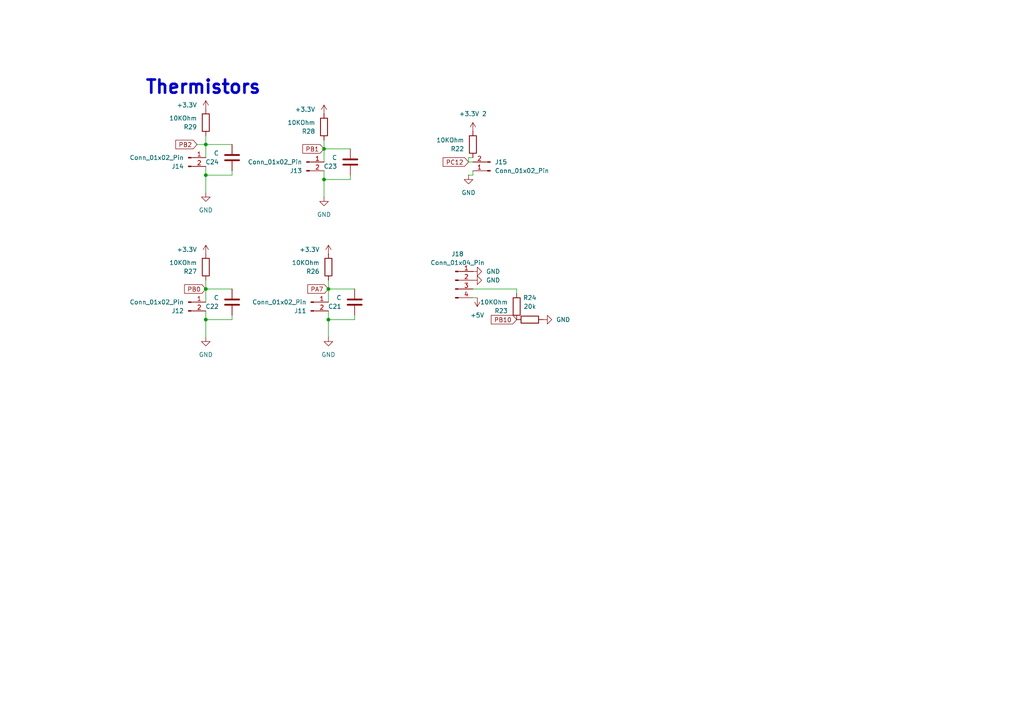
<source format=kicad_sch>
(kicad_sch
	(version 20250114)
	(generator "eeschema")
	(generator_version "9.0")
	(uuid "85b9f630-2f5c-49e4-aa63-5d1eeba9b58e")
	(paper "A4")
	(lib_symbols
		(symbol "Connector:Conn_01x02_Pin"
			(pin_names
				(offset 1.016)
				(hide yes)
			)
			(exclude_from_sim no)
			(in_bom yes)
			(on_board yes)
			(property "Reference" "J"
				(at 0 2.54 0)
				(effects
					(font
						(size 1.27 1.27)
					)
				)
			)
			(property "Value" "Conn_01x02_Pin"
				(at 0 -5.08 0)
				(effects
					(font
						(size 1.27 1.27)
					)
				)
			)
			(property "Footprint" ""
				(at 0 0 0)
				(effects
					(font
						(size 1.27 1.27)
					)
					(hide yes)
				)
			)
			(property "Datasheet" "~"
				(at 0 0 0)
				(effects
					(font
						(size 1.27 1.27)
					)
					(hide yes)
				)
			)
			(property "Description" "Generic connector, single row, 01x02, script generated"
				(at 0 0 0)
				(effects
					(font
						(size 1.27 1.27)
					)
					(hide yes)
				)
			)
			(property "ki_locked" ""
				(at 0 0 0)
				(effects
					(font
						(size 1.27 1.27)
					)
				)
			)
			(property "ki_keywords" "connector"
				(at 0 0 0)
				(effects
					(font
						(size 1.27 1.27)
					)
					(hide yes)
				)
			)
			(property "ki_fp_filters" "Connector*:*_1x??_*"
				(at 0 0 0)
				(effects
					(font
						(size 1.27 1.27)
					)
					(hide yes)
				)
			)
			(symbol "Conn_01x02_Pin_1_1"
				(rectangle
					(start 0.8636 0.127)
					(end 0 -0.127)
					(stroke
						(width 0.1524)
						(type default)
					)
					(fill
						(type outline)
					)
				)
				(rectangle
					(start 0.8636 -2.413)
					(end 0 -2.667)
					(stroke
						(width 0.1524)
						(type default)
					)
					(fill
						(type outline)
					)
				)
				(polyline
					(pts
						(xy 1.27 0) (xy 0.8636 0)
					)
					(stroke
						(width 0.1524)
						(type default)
					)
					(fill
						(type none)
					)
				)
				(polyline
					(pts
						(xy 1.27 -2.54) (xy 0.8636 -2.54)
					)
					(stroke
						(width 0.1524)
						(type default)
					)
					(fill
						(type none)
					)
				)
				(pin passive line
					(at 5.08 0 180)
					(length 3.81)
					(name "Pin_1"
						(effects
							(font
								(size 1.27 1.27)
							)
						)
					)
					(number "1"
						(effects
							(font
								(size 1.27 1.27)
							)
						)
					)
				)
				(pin passive line
					(at 5.08 -2.54 180)
					(length 3.81)
					(name "Pin_2"
						(effects
							(font
								(size 1.27 1.27)
							)
						)
					)
					(number "2"
						(effects
							(font
								(size 1.27 1.27)
							)
						)
					)
				)
			)
			(embedded_fonts no)
		)
		(symbol "Connector:Conn_01x04_Pin"
			(pin_names
				(offset 1.016)
				(hide yes)
			)
			(exclude_from_sim no)
			(in_bom yes)
			(on_board yes)
			(property "Reference" "J"
				(at 0 5.08 0)
				(effects
					(font
						(size 1.27 1.27)
					)
				)
			)
			(property "Value" "Conn_01x04_Pin"
				(at 0 -7.62 0)
				(effects
					(font
						(size 1.27 1.27)
					)
				)
			)
			(property "Footprint" ""
				(at 0 0 0)
				(effects
					(font
						(size 1.27 1.27)
					)
					(hide yes)
				)
			)
			(property "Datasheet" "~"
				(at 0 0 0)
				(effects
					(font
						(size 1.27 1.27)
					)
					(hide yes)
				)
			)
			(property "Description" "Generic connector, single row, 01x04, script generated"
				(at 0 0 0)
				(effects
					(font
						(size 1.27 1.27)
					)
					(hide yes)
				)
			)
			(property "ki_locked" ""
				(at 0 0 0)
				(effects
					(font
						(size 1.27 1.27)
					)
				)
			)
			(property "ki_keywords" "connector"
				(at 0 0 0)
				(effects
					(font
						(size 1.27 1.27)
					)
					(hide yes)
				)
			)
			(property "ki_fp_filters" "Connector*:*_1x??_*"
				(at 0 0 0)
				(effects
					(font
						(size 1.27 1.27)
					)
					(hide yes)
				)
			)
			(symbol "Conn_01x04_Pin_1_1"
				(rectangle
					(start 0.8636 2.667)
					(end 0 2.413)
					(stroke
						(width 0.1524)
						(type default)
					)
					(fill
						(type outline)
					)
				)
				(rectangle
					(start 0.8636 0.127)
					(end 0 -0.127)
					(stroke
						(width 0.1524)
						(type default)
					)
					(fill
						(type outline)
					)
				)
				(rectangle
					(start 0.8636 -2.413)
					(end 0 -2.667)
					(stroke
						(width 0.1524)
						(type default)
					)
					(fill
						(type outline)
					)
				)
				(rectangle
					(start 0.8636 -4.953)
					(end 0 -5.207)
					(stroke
						(width 0.1524)
						(type default)
					)
					(fill
						(type outline)
					)
				)
				(polyline
					(pts
						(xy 1.27 2.54) (xy 0.8636 2.54)
					)
					(stroke
						(width 0.1524)
						(type default)
					)
					(fill
						(type none)
					)
				)
				(polyline
					(pts
						(xy 1.27 0) (xy 0.8636 0)
					)
					(stroke
						(width 0.1524)
						(type default)
					)
					(fill
						(type none)
					)
				)
				(polyline
					(pts
						(xy 1.27 -2.54) (xy 0.8636 -2.54)
					)
					(stroke
						(width 0.1524)
						(type default)
					)
					(fill
						(type none)
					)
				)
				(polyline
					(pts
						(xy 1.27 -5.08) (xy 0.8636 -5.08)
					)
					(stroke
						(width 0.1524)
						(type default)
					)
					(fill
						(type none)
					)
				)
				(pin passive line
					(at 5.08 2.54 180)
					(length 3.81)
					(name "Pin_1"
						(effects
							(font
								(size 1.27 1.27)
							)
						)
					)
					(number "1"
						(effects
							(font
								(size 1.27 1.27)
							)
						)
					)
				)
				(pin passive line
					(at 5.08 0 180)
					(length 3.81)
					(name "Pin_2"
						(effects
							(font
								(size 1.27 1.27)
							)
						)
					)
					(number "2"
						(effects
							(font
								(size 1.27 1.27)
							)
						)
					)
				)
				(pin passive line
					(at 5.08 -2.54 180)
					(length 3.81)
					(name "Pin_3"
						(effects
							(font
								(size 1.27 1.27)
							)
						)
					)
					(number "3"
						(effects
							(font
								(size 1.27 1.27)
							)
						)
					)
				)
				(pin passive line
					(at 5.08 -5.08 180)
					(length 3.81)
					(name "Pin_4"
						(effects
							(font
								(size 1.27 1.27)
							)
						)
					)
					(number "4"
						(effects
							(font
								(size 1.27 1.27)
							)
						)
					)
				)
			)
			(embedded_fonts no)
		)
		(symbol "Device:C"
			(pin_numbers
				(hide yes)
			)
			(pin_names
				(offset 0.254)
			)
			(exclude_from_sim no)
			(in_bom yes)
			(on_board yes)
			(property "Reference" "C"
				(at 0.635 2.54 0)
				(effects
					(font
						(size 1.27 1.27)
					)
					(justify left)
				)
			)
			(property "Value" "C"
				(at 0.635 -2.54 0)
				(effects
					(font
						(size 1.27 1.27)
					)
					(justify left)
				)
			)
			(property "Footprint" ""
				(at 0.9652 -3.81 0)
				(effects
					(font
						(size 1.27 1.27)
					)
					(hide yes)
				)
			)
			(property "Datasheet" "~"
				(at 0 0 0)
				(effects
					(font
						(size 1.27 1.27)
					)
					(hide yes)
				)
			)
			(property "Description" "Unpolarized capacitor"
				(at 0 0 0)
				(effects
					(font
						(size 1.27 1.27)
					)
					(hide yes)
				)
			)
			(property "ki_keywords" "cap capacitor"
				(at 0 0 0)
				(effects
					(font
						(size 1.27 1.27)
					)
					(hide yes)
				)
			)
			(property "ki_fp_filters" "C_*"
				(at 0 0 0)
				(effects
					(font
						(size 1.27 1.27)
					)
					(hide yes)
				)
			)
			(symbol "C_0_1"
				(polyline
					(pts
						(xy -2.032 0.762) (xy 2.032 0.762)
					)
					(stroke
						(width 0.508)
						(type default)
					)
					(fill
						(type none)
					)
				)
				(polyline
					(pts
						(xy -2.032 -0.762) (xy 2.032 -0.762)
					)
					(stroke
						(width 0.508)
						(type default)
					)
					(fill
						(type none)
					)
				)
			)
			(symbol "C_1_1"
				(pin passive line
					(at 0 3.81 270)
					(length 2.794)
					(name "~"
						(effects
							(font
								(size 1.27 1.27)
							)
						)
					)
					(number "1"
						(effects
							(font
								(size 1.27 1.27)
							)
						)
					)
				)
				(pin passive line
					(at 0 -3.81 90)
					(length 2.794)
					(name "~"
						(effects
							(font
								(size 1.27 1.27)
							)
						)
					)
					(number "2"
						(effects
							(font
								(size 1.27 1.27)
							)
						)
					)
				)
			)
			(embedded_fonts no)
		)
		(symbol "Device:R"
			(pin_numbers
				(hide yes)
			)
			(pin_names
				(offset 0)
			)
			(exclude_from_sim no)
			(in_bom yes)
			(on_board yes)
			(property "Reference" "R"
				(at 2.032 0 90)
				(effects
					(font
						(size 1.27 1.27)
					)
				)
			)
			(property "Value" "R"
				(at 0 0 90)
				(effects
					(font
						(size 1.27 1.27)
					)
				)
			)
			(property "Footprint" ""
				(at -1.778 0 90)
				(effects
					(font
						(size 1.27 1.27)
					)
					(hide yes)
				)
			)
			(property "Datasheet" "~"
				(at 0 0 0)
				(effects
					(font
						(size 1.27 1.27)
					)
					(hide yes)
				)
			)
			(property "Description" "Resistor"
				(at 0 0 0)
				(effects
					(font
						(size 1.27 1.27)
					)
					(hide yes)
				)
			)
			(property "ki_keywords" "R res resistor"
				(at 0 0 0)
				(effects
					(font
						(size 1.27 1.27)
					)
					(hide yes)
				)
			)
			(property "ki_fp_filters" "R_*"
				(at 0 0 0)
				(effects
					(font
						(size 1.27 1.27)
					)
					(hide yes)
				)
			)
			(symbol "R_0_1"
				(rectangle
					(start -1.016 -2.54)
					(end 1.016 2.54)
					(stroke
						(width 0.254)
						(type default)
					)
					(fill
						(type none)
					)
				)
			)
			(symbol "R_1_1"
				(pin passive line
					(at 0 3.81 270)
					(length 1.27)
					(name "~"
						(effects
							(font
								(size 1.27 1.27)
							)
						)
					)
					(number "1"
						(effects
							(font
								(size 1.27 1.27)
							)
						)
					)
				)
				(pin passive line
					(at 0 -3.81 90)
					(length 1.27)
					(name "~"
						(effects
							(font
								(size 1.27 1.27)
							)
						)
					)
					(number "2"
						(effects
							(font
								(size 1.27 1.27)
							)
						)
					)
				)
			)
			(embedded_fonts no)
		)
		(symbol "power:+3.3V"
			(power)
			(pin_numbers
				(hide yes)
			)
			(pin_names
				(offset 0)
				(hide yes)
			)
			(exclude_from_sim no)
			(in_bom yes)
			(on_board yes)
			(property "Reference" "#PWR"
				(at 0 -3.81 0)
				(effects
					(font
						(size 1.27 1.27)
					)
					(hide yes)
				)
			)
			(property "Value" "+3.3V"
				(at 0 3.556 0)
				(effects
					(font
						(size 1.27 1.27)
					)
				)
			)
			(property "Footprint" ""
				(at 0 0 0)
				(effects
					(font
						(size 1.27 1.27)
					)
					(hide yes)
				)
			)
			(property "Datasheet" ""
				(at 0 0 0)
				(effects
					(font
						(size 1.27 1.27)
					)
					(hide yes)
				)
			)
			(property "Description" "Power symbol creates a global label with name \"+3.3V\""
				(at 0 0 0)
				(effects
					(font
						(size 1.27 1.27)
					)
					(hide yes)
				)
			)
			(property "ki_keywords" "global power"
				(at 0 0 0)
				(effects
					(font
						(size 1.27 1.27)
					)
					(hide yes)
				)
			)
			(symbol "+3.3V_0_1"
				(polyline
					(pts
						(xy -0.762 1.27) (xy 0 2.54)
					)
					(stroke
						(width 0)
						(type default)
					)
					(fill
						(type none)
					)
				)
				(polyline
					(pts
						(xy 0 2.54) (xy 0.762 1.27)
					)
					(stroke
						(width 0)
						(type default)
					)
					(fill
						(type none)
					)
				)
				(polyline
					(pts
						(xy 0 0) (xy 0 2.54)
					)
					(stroke
						(width 0)
						(type default)
					)
					(fill
						(type none)
					)
				)
			)
			(symbol "+3.3V_1_1"
				(pin power_in line
					(at 0 0 90)
					(length 0)
					(name "~"
						(effects
							(font
								(size 1.27 1.27)
							)
						)
					)
					(number "1"
						(effects
							(font
								(size 1.27 1.27)
							)
						)
					)
				)
			)
			(embedded_fonts no)
		)
		(symbol "power:+5V"
			(power)
			(pin_numbers
				(hide yes)
			)
			(pin_names
				(offset 0)
				(hide yes)
			)
			(exclude_from_sim no)
			(in_bom yes)
			(on_board yes)
			(property "Reference" "#PWR"
				(at 0 -3.81 0)
				(effects
					(font
						(size 1.27 1.27)
					)
					(hide yes)
				)
			)
			(property "Value" "+5V"
				(at 0 3.556 0)
				(effects
					(font
						(size 1.27 1.27)
					)
				)
			)
			(property "Footprint" ""
				(at 0 0 0)
				(effects
					(font
						(size 1.27 1.27)
					)
					(hide yes)
				)
			)
			(property "Datasheet" ""
				(at 0 0 0)
				(effects
					(font
						(size 1.27 1.27)
					)
					(hide yes)
				)
			)
			(property "Description" "Power symbol creates a global label with name \"+5V\""
				(at 0 0 0)
				(effects
					(font
						(size 1.27 1.27)
					)
					(hide yes)
				)
			)
			(property "ki_keywords" "global power"
				(at 0 0 0)
				(effects
					(font
						(size 1.27 1.27)
					)
					(hide yes)
				)
			)
			(symbol "+5V_0_1"
				(polyline
					(pts
						(xy -0.762 1.27) (xy 0 2.54)
					)
					(stroke
						(width 0)
						(type default)
					)
					(fill
						(type none)
					)
				)
				(polyline
					(pts
						(xy 0 2.54) (xy 0.762 1.27)
					)
					(stroke
						(width 0)
						(type default)
					)
					(fill
						(type none)
					)
				)
				(polyline
					(pts
						(xy 0 0) (xy 0 2.54)
					)
					(stroke
						(width 0)
						(type default)
					)
					(fill
						(type none)
					)
				)
			)
			(symbol "+5V_1_1"
				(pin power_in line
					(at 0 0 90)
					(length 0)
					(name "~"
						(effects
							(font
								(size 1.27 1.27)
							)
						)
					)
					(number "1"
						(effects
							(font
								(size 1.27 1.27)
							)
						)
					)
				)
			)
			(embedded_fonts no)
		)
		(symbol "power:GND"
			(power)
			(pin_numbers
				(hide yes)
			)
			(pin_names
				(offset 0)
				(hide yes)
			)
			(exclude_from_sim no)
			(in_bom yes)
			(on_board yes)
			(property "Reference" "#PWR"
				(at 0 -6.35 0)
				(effects
					(font
						(size 1.27 1.27)
					)
					(hide yes)
				)
			)
			(property "Value" "GND"
				(at 0 -3.81 0)
				(effects
					(font
						(size 1.27 1.27)
					)
				)
			)
			(property "Footprint" ""
				(at 0 0 0)
				(effects
					(font
						(size 1.27 1.27)
					)
					(hide yes)
				)
			)
			(property "Datasheet" ""
				(at 0 0 0)
				(effects
					(font
						(size 1.27 1.27)
					)
					(hide yes)
				)
			)
			(property "Description" "Power symbol creates a global label with name \"GND\" , ground"
				(at 0 0 0)
				(effects
					(font
						(size 1.27 1.27)
					)
					(hide yes)
				)
			)
			(property "ki_keywords" "global power"
				(at 0 0 0)
				(effects
					(font
						(size 1.27 1.27)
					)
					(hide yes)
				)
			)
			(symbol "GND_0_1"
				(polyline
					(pts
						(xy 0 0) (xy 0 -1.27) (xy 1.27 -1.27) (xy 0 -2.54) (xy -1.27 -1.27) (xy 0 -1.27)
					)
					(stroke
						(width 0)
						(type default)
					)
					(fill
						(type none)
					)
				)
			)
			(symbol "GND_1_1"
				(pin power_in line
					(at 0 0 270)
					(length 0)
					(name "~"
						(effects
							(font
								(size 1.27 1.27)
							)
						)
					)
					(number "1"
						(effects
							(font
								(size 1.27 1.27)
							)
						)
					)
				)
			)
			(embedded_fonts no)
		)
	)
	(text "Thermistors\n"
		(exclude_from_sim no)
		(at 58.928 25.4 0)
		(effects
			(font
				(size 3.81 3.81)
				(thickness 0.762)
				(bold yes)
			)
		)
		(uuid "a3130169-3b83-47ed-9f40-47c5db92a8c5")
	)
	(junction
		(at 59.69 50.8)
		(diameter 0)
		(color 0 0 0 0)
		(uuid "0c0cf592-2384-4569-a2b8-1cfbcaafc042")
	)
	(junction
		(at 59.69 83.82)
		(diameter 0)
		(color 0 0 0 0)
		(uuid "2389cb03-d1cd-49e0-b401-7dc91dd33216")
	)
	(junction
		(at 59.69 92.71)
		(diameter 0)
		(color 0 0 0 0)
		(uuid "28fcff4f-55f4-41cd-abac-9cc693a6fa85")
	)
	(junction
		(at 93.98 43.18)
		(diameter 0)
		(color 0 0 0 0)
		(uuid "2e94d7ab-6ebf-44ae-b871-38d9408a2488")
	)
	(junction
		(at 59.69 41.91)
		(diameter 0)
		(color 0 0 0 0)
		(uuid "58afb5dc-f701-4f89-8463-14e9da32013c")
	)
	(junction
		(at 95.25 92.71)
		(diameter 0)
		(color 0 0 0 0)
		(uuid "8faf22eb-0116-4dca-99a1-4b7ddf648653")
	)
	(junction
		(at 95.25 83.82)
		(diameter 0)
		(color 0 0 0 0)
		(uuid "cc651e07-75ae-4cee-b3ab-720b9fe9428b")
	)
	(junction
		(at 93.98 52.07)
		(diameter 0)
		(color 0 0 0 0)
		(uuid "e72e18c8-015c-4f47-a364-652f23fd9105")
	)
	(wire
		(pts
			(xy 93.98 57.15) (xy 93.98 52.07)
		)
		(stroke
			(width 0)
			(type default)
		)
		(uuid "0b660cd1-5374-44e6-8c79-99bafc37defe")
	)
	(wire
		(pts
			(xy 95.25 92.71) (xy 95.25 90.17)
		)
		(stroke
			(width 0)
			(type default)
		)
		(uuid "0cb96519-26b3-43a0-9d0e-4a7251c0bd87")
	)
	(wire
		(pts
			(xy 135.89 46.99) (xy 137.16 46.99)
		)
		(stroke
			(width 0)
			(type default)
		)
		(uuid "1107e0ba-4368-466f-a203-8baa135a10a7")
	)
	(wire
		(pts
			(xy 59.69 45.72) (xy 59.69 41.91)
		)
		(stroke
			(width 0)
			(type default)
		)
		(uuid "1ed7b89a-7a23-4d03-a1de-0db95a8b1817")
	)
	(wire
		(pts
			(xy 67.31 41.91) (xy 59.69 41.91)
		)
		(stroke
			(width 0)
			(type default)
		)
		(uuid "246ec520-ae1e-418e-b746-8b6932a486a2")
	)
	(wire
		(pts
			(xy 135.89 50.8) (xy 137.16 50.8)
		)
		(stroke
			(width 0)
			(type default)
		)
		(uuid "2e2b3ec8-bf10-47ba-a608-e722a5692cb1")
	)
	(wire
		(pts
			(xy 102.87 92.71) (xy 95.25 92.71)
		)
		(stroke
			(width 0)
			(type default)
		)
		(uuid "32aa7262-eddb-4b7a-9461-3f95a9578413")
	)
	(wire
		(pts
			(xy 102.87 83.82) (xy 95.25 83.82)
		)
		(stroke
			(width 0)
			(type default)
		)
		(uuid "35d370ad-745c-4af3-864c-a2db03aa008e")
	)
	(wire
		(pts
			(xy 95.25 97.79) (xy 95.25 92.71)
		)
		(stroke
			(width 0)
			(type default)
		)
		(uuid "360df780-4f4f-410e-b8ab-02bb85aadabe")
	)
	(wire
		(pts
			(xy 57.15 41.91) (xy 59.69 41.91)
		)
		(stroke
			(width 0)
			(type default)
		)
		(uuid "3908450a-5eb0-4066-a7dd-6aaf75a1227b")
	)
	(wire
		(pts
			(xy 137.16 83.82) (xy 149.86 83.82)
		)
		(stroke
			(width 0)
			(type default)
		)
		(uuid "3ef1dece-d214-43b3-b4d1-3db6f56e21e0")
	)
	(wire
		(pts
			(xy 95.25 83.82) (xy 95.25 81.28)
		)
		(stroke
			(width 0)
			(type default)
		)
		(uuid "40890452-e23d-48aa-b54c-c63124705a79")
	)
	(wire
		(pts
			(xy 59.69 50.8) (xy 59.69 48.26)
		)
		(stroke
			(width 0)
			(type default)
		)
		(uuid "438c9376-720b-405c-bafb-c44a329a01ee")
	)
	(wire
		(pts
			(xy 67.31 50.8) (xy 59.69 50.8)
		)
		(stroke
			(width 0)
			(type default)
		)
		(uuid "50dbabd7-247c-4e0b-bb88-e4dc5b78ecb1")
	)
	(wire
		(pts
			(xy 102.87 91.44) (xy 102.87 92.71)
		)
		(stroke
			(width 0)
			(type default)
		)
		(uuid "5970b9fa-5e94-4768-a8ac-5c78058428f8")
	)
	(wire
		(pts
			(xy 59.69 55.88) (xy 59.69 50.8)
		)
		(stroke
			(width 0)
			(type default)
		)
		(uuid "5c2b107b-0edc-434f-b911-e60379345e4f")
	)
	(wire
		(pts
			(xy 93.98 52.07) (xy 93.98 49.53)
		)
		(stroke
			(width 0)
			(type default)
		)
		(uuid "60241f47-c4f4-42ec-ad89-95b321a27f1a")
	)
	(wire
		(pts
			(xy 59.69 97.79) (xy 59.69 92.71)
		)
		(stroke
			(width 0)
			(type default)
		)
		(uuid "614b301e-ec36-414d-869c-3b7fbf866b53")
	)
	(wire
		(pts
			(xy 59.69 92.71) (xy 59.69 90.17)
		)
		(stroke
			(width 0)
			(type default)
		)
		(uuid "6e955c96-f996-433e-a194-2b0935cdd24c")
	)
	(wire
		(pts
			(xy 93.98 46.99) (xy 93.98 43.18)
		)
		(stroke
			(width 0)
			(type default)
		)
		(uuid "734fbedd-8232-402a-87e0-e078468eaacb")
	)
	(wire
		(pts
			(xy 95.25 87.63) (xy 95.25 83.82)
		)
		(stroke
			(width 0)
			(type default)
		)
		(uuid "736131e6-a72c-4fec-a359-e366d0e2bb35")
	)
	(wire
		(pts
			(xy 59.69 41.91) (xy 59.69 39.37)
		)
		(stroke
			(width 0)
			(type default)
		)
		(uuid "77b8f9a5-ef3d-4e6b-a86c-f80d1dfb27ca")
	)
	(wire
		(pts
			(xy 135.89 45.72) (xy 135.89 46.99)
		)
		(stroke
			(width 0)
			(type default)
		)
		(uuid "83224a48-222a-44c9-a7d7-34b452045451")
	)
	(wire
		(pts
			(xy 67.31 49.53) (xy 67.31 50.8)
		)
		(stroke
			(width 0)
			(type default)
		)
		(uuid "878903ed-c8d3-48ac-9f17-67c3f0921174")
	)
	(wire
		(pts
			(xy 67.31 92.71) (xy 59.69 92.71)
		)
		(stroke
			(width 0)
			(type default)
		)
		(uuid "93469b5c-85f6-4c54-acc5-3a20f5bedd4b")
	)
	(wire
		(pts
			(xy 137.16 86.36) (xy 138.43 86.36)
		)
		(stroke
			(width 0)
			(type default)
		)
		(uuid "9ca7b542-7076-4e4c-9bc7-db1c7c43dbbc")
	)
	(wire
		(pts
			(xy 149.86 83.82) (xy 149.86 85.09)
		)
		(stroke
			(width 0)
			(type default)
		)
		(uuid "a0baf540-a821-431a-a616-0cf66b7238dc")
	)
	(wire
		(pts
			(xy 59.69 83.82) (xy 59.69 81.28)
		)
		(stroke
			(width 0)
			(type default)
		)
		(uuid "a70890e3-d3f0-4d04-a813-ef2972bea186")
	)
	(wire
		(pts
			(xy 101.6 43.18) (xy 93.98 43.18)
		)
		(stroke
			(width 0)
			(type default)
		)
		(uuid "ab0c5928-9068-4cb2-8748-df68caf19cc1")
	)
	(wire
		(pts
			(xy 137.16 50.8) (xy 137.16 49.53)
		)
		(stroke
			(width 0)
			(type default)
		)
		(uuid "ae2712c8-93b2-4c73-8596-d9c43aa05761")
	)
	(wire
		(pts
			(xy 135.89 45.72) (xy 137.16 45.72)
		)
		(stroke
			(width 0)
			(type default)
		)
		(uuid "ce50d8ed-32a5-4d39-b3dc-11f534592586")
	)
	(wire
		(pts
			(xy 101.6 50.8) (xy 101.6 52.07)
		)
		(stroke
			(width 0)
			(type default)
		)
		(uuid "d0654bf8-7b54-48ec-9c9f-494c84ffa319")
	)
	(wire
		(pts
			(xy 67.31 91.44) (xy 67.31 92.71)
		)
		(stroke
			(width 0)
			(type default)
		)
		(uuid "d48effd6-97d6-459e-a757-79b6f86d6be4")
	)
	(wire
		(pts
			(xy 93.98 43.18) (xy 93.98 40.64)
		)
		(stroke
			(width 0)
			(type default)
		)
		(uuid "da67748c-e9fc-4e78-8304-60dc4c579033")
	)
	(wire
		(pts
			(xy 67.31 83.82) (xy 59.69 83.82)
		)
		(stroke
			(width 0)
			(type default)
		)
		(uuid "f14c537f-4f40-4d0b-9e7e-02a5dee0f47c")
	)
	(wire
		(pts
			(xy 59.69 87.63) (xy 59.69 83.82)
		)
		(stroke
			(width 0)
			(type default)
		)
		(uuid "f6e00e0c-eab2-4fa2-8d1f-63c9102bad6d")
	)
	(wire
		(pts
			(xy 101.6 52.07) (xy 93.98 52.07)
		)
		(stroke
			(width 0)
			(type default)
		)
		(uuid "f90cb9d4-7be5-4672-ab2f-825c13f3131c")
	)
	(global_label "PB0"
		(shape input)
		(at 59.69 83.82 180)
		(fields_autoplaced yes)
		(effects
			(font
				(size 1.27 1.27)
			)
			(justify right)
		)
		(uuid "8364df8f-db3c-4d9e-8fd9-a7b8099ba68b")
		(property "Intersheetrefs" "${INTERSHEET_REFS}"
			(at 52.9553 83.82 0)
			(effects
				(font
					(size 1.27 1.27)
				)
				(justify right)
				(hide yes)
			)
		)
	)
	(global_label "PB10"
		(shape input)
		(at 149.86 92.71 180)
		(fields_autoplaced yes)
		(effects
			(font
				(size 1.27 1.27)
			)
			(justify right)
		)
		(uuid "b7116df8-c43c-444a-b34d-518b3ac4c8de")
		(property "Intersheetrefs" "${INTERSHEET_REFS}"
			(at 141.9158 92.71 0)
			(effects
				(font
					(size 1.27 1.27)
				)
				(justify right)
				(hide yes)
			)
		)
	)
	(global_label "PB2"
		(shape input)
		(at 57.15 41.91 180)
		(fields_autoplaced yes)
		(effects
			(font
				(size 1.27 1.27)
			)
			(justify right)
		)
		(uuid "ddab73d9-00c7-4be2-b869-1bbd6f5b1de8")
		(property "Intersheetrefs" "${INTERSHEET_REFS}"
			(at 50.4153 41.91 0)
			(effects
				(font
					(size 1.27 1.27)
				)
				(justify right)
				(hide yes)
			)
		)
	)
	(global_label "PB1"
		(shape input)
		(at 93.98 43.18 180)
		(fields_autoplaced yes)
		(effects
			(font
				(size 1.27 1.27)
			)
			(justify right)
		)
		(uuid "ef953b94-3f8d-43c5-aa26-6eb005311646")
		(property "Intersheetrefs" "${INTERSHEET_REFS}"
			(at 87.2453 43.18 0)
			(effects
				(font
					(size 1.27 1.27)
				)
				(justify right)
				(hide yes)
			)
		)
	)
	(global_label "PC12"
		(shape input)
		(at 135.89 46.99 180)
		(fields_autoplaced yes)
		(effects
			(font
				(size 1.27 1.27)
			)
			(justify right)
		)
		(uuid "efbf21db-81c0-4fa9-9735-5a1c0e721d24")
		(property "Intersheetrefs" "${INTERSHEET_REFS}"
			(at 127.9458 46.99 0)
			(effects
				(font
					(size 1.27 1.27)
				)
				(justify right)
				(hide yes)
			)
		)
	)
	(global_label "PA7"
		(shape input)
		(at 95.25 83.82 180)
		(fields_autoplaced yes)
		(effects
			(font
				(size 1.27 1.27)
			)
			(justify right)
		)
		(uuid "f271fb4a-1c1d-45b8-b103-3864dc55e666")
		(property "Intersheetrefs" "${INTERSHEET_REFS}"
			(at 88.6967 83.82 0)
			(effects
				(font
					(size 1.27 1.27)
				)
				(justify right)
				(hide yes)
			)
		)
	)
	(symbol
		(lib_id "power:GND")
		(at 59.69 55.88 0)
		(unit 1)
		(exclude_from_sim no)
		(in_bom yes)
		(on_board yes)
		(dnp no)
		(fields_autoplaced yes)
		(uuid "0bcbc924-2d71-4e89-a567-262b94918623")
		(property "Reference" "#PWR069"
			(at 59.69 62.23 0)
			(effects
				(font
					(size 1.27 1.27)
				)
				(hide yes)
			)
		)
		(property "Value" "GND"
			(at 59.69 60.96 0)
			(effects
				(font
					(size 1.27 1.27)
				)
			)
		)
		(property "Footprint" ""
			(at 59.69 55.88 0)
			(effects
				(font
					(size 1.27 1.27)
				)
				(hide yes)
			)
		)
		(property "Datasheet" ""
			(at 59.69 55.88 0)
			(effects
				(font
					(size 1.27 1.27)
				)
				(hide yes)
			)
		)
		(property "Description" "Power symbol creates a global label with name \"GND\" , ground"
			(at 59.69 55.88 0)
			(effects
				(font
					(size 1.27 1.27)
				)
				(hide yes)
			)
		)
		(pin "1"
			(uuid "c297bfdf-6b52-4de3-9fb1-cb569657d9a6")
		)
		(instances
			(project "BedCooler"
				(path "/0172b5c7-cbf1-402d-add6-1d50a7ec9877/45d5f5d8-2cca-4774-8000-80c6284daf84"
					(reference "#PWR069")
					(unit 1)
				)
			)
		)
	)
	(symbol
		(lib_id "Device:C")
		(at 67.31 87.63 180)
		(unit 1)
		(exclude_from_sim no)
		(in_bom yes)
		(on_board yes)
		(dnp no)
		(fields_autoplaced yes)
		(uuid "11ae20f2-1356-4da0-9108-6607beff9604")
		(property "Reference" "C22"
			(at 63.5 88.9001 0)
			(effects
				(font
					(size 1.27 1.27)
				)
				(justify left)
			)
		)
		(property "Value" "C"
			(at 63.5 86.3601 0)
			(effects
				(font
					(size 1.27 1.27)
				)
				(justify left)
			)
		)
		(property "Footprint" "Capacitor_SMD:C_0603_1608Metric"
			(at 66.3448 83.82 0)
			(effects
				(font
					(size 1.27 1.27)
				)
				(hide yes)
			)
		)
		(property "Datasheet" "~"
			(at 67.31 87.63 0)
			(effects
				(font
					(size 1.27 1.27)
				)
				(hide yes)
			)
		)
		(property "Description" "Unpolarized capacitor"
			(at 67.31 87.63 0)
			(effects
				(font
					(size 1.27 1.27)
				)
				(hide yes)
			)
		)
		(pin "2"
			(uuid "d1e75b56-ffe9-4ffd-b7a5-cbcede66fe41")
		)
		(pin "1"
			(uuid "93d09faf-cc91-4cdc-9ed8-85e3aa4a2489")
		)
		(instances
			(project "BedCooler"
				(path "/0172b5c7-cbf1-402d-add6-1d50a7ec9877/45d5f5d8-2cca-4774-8000-80c6284daf84"
					(reference "C22")
					(unit 1)
				)
			)
		)
	)
	(symbol
		(lib_id "power:GND")
		(at 137.16 78.74 90)
		(unit 1)
		(exclude_from_sim no)
		(in_bom yes)
		(on_board yes)
		(dnp no)
		(fields_autoplaced yes)
		(uuid "2ede1004-2539-4945-bfe3-97ff38745903")
		(property "Reference" "#PWR0104"
			(at 143.51 78.74 0)
			(effects
				(font
					(size 1.27 1.27)
				)
				(hide yes)
			)
		)
		(property "Value" "GND"
			(at 140.97 78.7399 90)
			(effects
				(font
					(size 1.27 1.27)
				)
				(justify right)
			)
		)
		(property "Footprint" ""
			(at 137.16 78.74 0)
			(effects
				(font
					(size 1.27 1.27)
				)
				(hide yes)
			)
		)
		(property "Datasheet" ""
			(at 137.16 78.74 0)
			(effects
				(font
					(size 1.27 1.27)
				)
				(hide yes)
			)
		)
		(property "Description" "Power symbol creates a global label with name \"GND\" , ground"
			(at 137.16 78.74 0)
			(effects
				(font
					(size 1.27 1.27)
				)
				(hide yes)
			)
		)
		(pin "1"
			(uuid "f4fafc35-a06f-4448-b5cb-28e6dd880396")
		)
		(instances
			(project ""
				(path "/0172b5c7-cbf1-402d-add6-1d50a7ec9877/45d5f5d8-2cca-4774-8000-80c6284daf84"
					(reference "#PWR0104")
					(unit 1)
				)
			)
		)
	)
	(symbol
		(lib_id "Connector:Conn_01x04_Pin")
		(at 132.08 81.28 0)
		(unit 1)
		(exclude_from_sim no)
		(in_bom yes)
		(on_board yes)
		(dnp no)
		(fields_autoplaced yes)
		(uuid "30955d50-2535-4214-b28f-7362990e533c")
		(property "Reference" "J18"
			(at 132.715 73.66 0)
			(effects
				(font
					(size 1.27 1.27)
				)
			)
		)
		(property "Value" "Conn_01x04_Pin"
			(at 132.715 76.2 0)
			(effects
				(font
					(size 1.27 1.27)
				)
			)
		)
		(property "Footprint" "Connector_JST:JST_XH_B4B-XH-A_1x04_P2.50mm_Vertical"
			(at 132.08 81.28 0)
			(effects
				(font
					(size 1.27 1.27)
				)
				(hide yes)
			)
		)
		(property "Datasheet" "~"
			(at 132.08 81.28 0)
			(effects
				(font
					(size 1.27 1.27)
				)
				(hide yes)
			)
		)
		(property "Description" "Generic connector, single row, 01x04, script generated"
			(at 132.08 81.28 0)
			(effects
				(font
					(size 1.27 1.27)
				)
				(hide yes)
			)
		)
		(pin "3"
			(uuid "c8acab04-2867-4726-9644-cbd842ab09d0")
		)
		(pin "1"
			(uuid "53f7ca2c-d691-4e51-a545-bbb6e3ee84aa")
		)
		(pin "4"
			(uuid "5fc2940a-1ee4-4309-a307-2638b1070c28")
		)
		(pin "2"
			(uuid "42e0f1f3-ee1a-43fb-a498-738752d43f8d")
		)
		(instances
			(project ""
				(path "/0172b5c7-cbf1-402d-add6-1d50a7ec9877/45d5f5d8-2cca-4774-8000-80c6284daf84"
					(reference "J18")
					(unit 1)
				)
			)
		)
	)
	(symbol
		(lib_id "Device:R")
		(at 95.25 77.47 180)
		(unit 1)
		(exclude_from_sim no)
		(in_bom yes)
		(on_board yes)
		(dnp no)
		(fields_autoplaced yes)
		(uuid "418503f2-6797-4568-9d92-40231036e89b")
		(property "Reference" "R26"
			(at 92.71 78.7401 0)
			(effects
				(font
					(size 1.27 1.27)
				)
				(justify left)
			)
		)
		(property "Value" "10KOhm"
			(at 92.71 76.2001 0)
			(effects
				(font
					(size 1.27 1.27)
				)
				(justify left)
			)
		)
		(property "Footprint" "Resistor_SMD:R_0603_1608Metric"
			(at 97.028 77.47 90)
			(effects
				(font
					(size 1.27 1.27)
				)
				(hide yes)
			)
		)
		(property "Datasheet" "~"
			(at 95.25 77.47 0)
			(effects
				(font
					(size 1.27 1.27)
				)
				(hide yes)
			)
		)
		(property "Description" "Resistor"
			(at 95.25 77.47 0)
			(effects
				(font
					(size 1.27 1.27)
				)
				(hide yes)
			)
		)
		(pin "2"
			(uuid "32385304-9c32-4717-9414-cc504943f84d")
		)
		(pin "1"
			(uuid "f74e36cd-741d-4557-ab0f-d04a0583285e")
		)
		(instances
			(project ""
				(path "/0172b5c7-cbf1-402d-add6-1d50a7ec9877/45d5f5d8-2cca-4774-8000-80c6284daf84"
					(reference "R26")
					(unit 1)
				)
			)
		)
	)
	(symbol
		(lib_id "Device:R")
		(at 137.16 41.91 180)
		(unit 1)
		(exclude_from_sim no)
		(in_bom yes)
		(on_board yes)
		(dnp no)
		(fields_autoplaced yes)
		(uuid "49410e39-d9c9-44cb-9802-c6dbc4598007")
		(property "Reference" "R22"
			(at 134.62 43.1801 0)
			(effects
				(font
					(size 1.27 1.27)
				)
				(justify left)
			)
		)
		(property "Value" "10KOhm"
			(at 134.62 40.6401 0)
			(effects
				(font
					(size 1.27 1.27)
				)
				(justify left)
			)
		)
		(property "Footprint" "Resistor_SMD:R_0603_1608Metric"
			(at 138.938 41.91 90)
			(effects
				(font
					(size 1.27 1.27)
				)
				(hide yes)
			)
		)
		(property "Datasheet" "~"
			(at 137.16 41.91 0)
			(effects
				(font
					(size 1.27 1.27)
				)
				(hide yes)
			)
		)
		(property "Description" "Resistor"
			(at 137.16 41.91 0)
			(effects
				(font
					(size 1.27 1.27)
				)
				(hide yes)
			)
		)
		(pin "2"
			(uuid "cf317491-0f79-4a2a-b71d-007f81d06dc2")
		)
		(pin "1"
			(uuid "1e1da14b-4e53-4e02-a7ab-a8831c001fff")
		)
		(instances
			(project "BedCooler"
				(path "/0172b5c7-cbf1-402d-add6-1d50a7ec9877/45d5f5d8-2cca-4774-8000-80c6284daf84"
					(reference "R22")
					(unit 1)
				)
			)
		)
	)
	(symbol
		(lib_id "power:+3.3V")
		(at 59.69 31.75 0)
		(unit 1)
		(exclude_from_sim no)
		(in_bom yes)
		(on_board yes)
		(dnp no)
		(fields_autoplaced yes)
		(uuid "4990030d-c3b4-44af-81e3-78733515c6f5")
		(property "Reference" "#PWR070"
			(at 59.69 35.56 0)
			(effects
				(font
					(size 1.27 1.27)
				)
				(hide yes)
			)
		)
		(property "Value" "+3.3V"
			(at 57.15 30.4801 0)
			(effects
				(font
					(size 1.27 1.27)
				)
				(justify right)
			)
		)
		(property "Footprint" ""
			(at 59.69 31.75 0)
			(effects
				(font
					(size 1.27 1.27)
				)
				(hide yes)
			)
		)
		(property "Datasheet" ""
			(at 59.69 31.75 0)
			(effects
				(font
					(size 1.27 1.27)
				)
				(hide yes)
			)
		)
		(property "Description" "Power symbol creates a global label with name \"+3.3V\""
			(at 59.69 31.75 0)
			(effects
				(font
					(size 1.27 1.27)
				)
				(hide yes)
			)
		)
		(pin "1"
			(uuid "83d36841-9da9-406e-ac28-906b31e5db92")
		)
		(instances
			(project "BedCooler"
				(path "/0172b5c7-cbf1-402d-add6-1d50a7ec9877/45d5f5d8-2cca-4774-8000-80c6284daf84"
					(reference "#PWR070")
					(unit 1)
				)
			)
		)
	)
	(symbol
		(lib_id "power:GND")
		(at 137.16 81.28 90)
		(unit 1)
		(exclude_from_sim no)
		(in_bom yes)
		(on_board yes)
		(dnp no)
		(fields_autoplaced yes)
		(uuid "4adf85ad-45aa-4187-b82f-2c63872e6283")
		(property "Reference" "#PWR0158"
			(at 143.51 81.28 0)
			(effects
				(font
					(size 1.27 1.27)
				)
				(hide yes)
			)
		)
		(property "Value" "GND"
			(at 140.97 81.2799 90)
			(effects
				(font
					(size 1.27 1.27)
				)
				(justify right)
			)
		)
		(property "Footprint" ""
			(at 137.16 81.28 0)
			(effects
				(font
					(size 1.27 1.27)
				)
				(hide yes)
			)
		)
		(property "Datasheet" ""
			(at 137.16 81.28 0)
			(effects
				(font
					(size 1.27 1.27)
				)
				(hide yes)
			)
		)
		(property "Description" "Power symbol creates a global label with name \"GND\" , ground"
			(at 137.16 81.28 0)
			(effects
				(font
					(size 1.27 1.27)
				)
				(hide yes)
			)
		)
		(pin "1"
			(uuid "c535876c-e73c-4eeb-9cfc-b2daaa4e6bb9")
		)
		(instances
			(project "BedCooler"
				(path "/0172b5c7-cbf1-402d-add6-1d50a7ec9877/45d5f5d8-2cca-4774-8000-80c6284daf84"
					(reference "#PWR0158")
					(unit 1)
				)
			)
		)
	)
	(symbol
		(lib_id "Connector:Conn_01x02_Pin")
		(at 54.61 45.72 0)
		(unit 1)
		(exclude_from_sim no)
		(in_bom yes)
		(on_board yes)
		(dnp no)
		(fields_autoplaced yes)
		(uuid "4b0521fd-fc98-4489-856f-2c6ed8a1f79a")
		(property "Reference" "J14"
			(at 53.34 48.2601 0)
			(effects
				(font
					(size 1.27 1.27)
				)
				(justify right)
			)
		)
		(property "Value" "Conn_01x02_Pin"
			(at 53.34 45.7201 0)
			(effects
				(font
					(size 1.27 1.27)
				)
				(justify right)
			)
		)
		(property "Footprint" "Connector_JST:JST_XH_B2B-XH-A_1x02_P2.50mm_Vertical"
			(at 54.61 45.72 0)
			(effects
				(font
					(size 1.27 1.27)
				)
				(hide yes)
			)
		)
		(property "Datasheet" "~"
			(at 54.61 45.72 0)
			(effects
				(font
					(size 1.27 1.27)
				)
				(hide yes)
			)
		)
		(property "Description" "Generic connector, single row, 01x02, script generated"
			(at 54.61 45.72 0)
			(effects
				(font
					(size 1.27 1.27)
				)
				(hide yes)
			)
		)
		(pin "1"
			(uuid "0e99d059-87a4-44bd-b6c9-222fed4a3bf4")
		)
		(pin "2"
			(uuid "74fda78c-5561-4fca-b046-9b4e82a5cb8a")
		)
		(instances
			(project "BedCooler"
				(path "/0172b5c7-cbf1-402d-add6-1d50a7ec9877/45d5f5d8-2cca-4774-8000-80c6284daf84"
					(reference "J14")
					(unit 1)
				)
			)
		)
	)
	(symbol
		(lib_id "Device:C")
		(at 67.31 45.72 180)
		(unit 1)
		(exclude_from_sim no)
		(in_bom yes)
		(on_board yes)
		(dnp no)
		(fields_autoplaced yes)
		(uuid "626b4f97-c18d-492c-8d31-c196526404c6")
		(property "Reference" "C24"
			(at 63.5 46.9901 0)
			(effects
				(font
					(size 1.27 1.27)
				)
				(justify left)
			)
		)
		(property "Value" "C"
			(at 63.5 44.4501 0)
			(effects
				(font
					(size 1.27 1.27)
				)
				(justify left)
			)
		)
		(property "Footprint" "Capacitor_SMD:C_0603_1608Metric"
			(at 66.3448 41.91 0)
			(effects
				(font
					(size 1.27 1.27)
				)
				(hide yes)
			)
		)
		(property "Datasheet" "~"
			(at 67.31 45.72 0)
			(effects
				(font
					(size 1.27 1.27)
				)
				(hide yes)
			)
		)
		(property "Description" "Unpolarized capacitor"
			(at 67.31 45.72 0)
			(effects
				(font
					(size 1.27 1.27)
				)
				(hide yes)
			)
		)
		(pin "2"
			(uuid "5330747c-8d71-4a75-9577-785617c1f678")
		)
		(pin "1"
			(uuid "17444fa2-5f74-42af-94a0-71347720b313")
		)
		(instances
			(project "BedCooler"
				(path "/0172b5c7-cbf1-402d-add6-1d50a7ec9877/45d5f5d8-2cca-4774-8000-80c6284daf84"
					(reference "C24")
					(unit 1)
				)
			)
		)
	)
	(symbol
		(lib_id "Connector:Conn_01x02_Pin")
		(at 142.24 49.53 180)
		(unit 1)
		(exclude_from_sim no)
		(in_bom yes)
		(on_board yes)
		(dnp no)
		(fields_autoplaced yes)
		(uuid "6ae92699-f8de-44ca-9c08-21b17cd900fb")
		(property "Reference" "J15"
			(at 143.51 46.9899 0)
			(effects
				(font
					(size 1.27 1.27)
				)
				(justify right)
			)
		)
		(property "Value" "Conn_01x02_Pin"
			(at 143.51 49.5299 0)
			(effects
				(font
					(size 1.27 1.27)
				)
				(justify right)
			)
		)
		(property "Footprint" "Connector_JST:JST_XH_B2B-XH-A_1x02_P2.50mm_Vertical"
			(at 142.24 49.53 0)
			(effects
				(font
					(size 1.27 1.27)
				)
				(hide yes)
			)
		)
		(property "Datasheet" "~"
			(at 142.24 49.53 0)
			(effects
				(font
					(size 1.27 1.27)
				)
				(hide yes)
			)
		)
		(property "Description" "Generic connector, single row, 01x02, script generated"
			(at 142.24 49.53 0)
			(effects
				(font
					(size 1.27 1.27)
				)
				(hide yes)
			)
		)
		(pin "1"
			(uuid "4fc63d9f-ebde-4ccd-ac6a-5f8c86b22b77")
		)
		(pin "2"
			(uuid "1be52eca-27c8-42d7-9e60-c2b53409728c")
		)
		(instances
			(project "BedCooler"
				(path "/0172b5c7-cbf1-402d-add6-1d50a7ec9877/45d5f5d8-2cca-4774-8000-80c6284daf84"
					(reference "J15")
					(unit 1)
				)
			)
		)
	)
	(symbol
		(lib_id "power:+3.3V")
		(at 93.98 33.02 0)
		(unit 1)
		(exclude_from_sim no)
		(in_bom yes)
		(on_board yes)
		(dnp no)
		(fields_autoplaced yes)
		(uuid "7072bb2d-d0b6-4683-838b-a2d23f2045bd")
		(property "Reference" "#PWR068"
			(at 93.98 36.83 0)
			(effects
				(font
					(size 1.27 1.27)
				)
				(hide yes)
			)
		)
		(property "Value" "+3.3V"
			(at 91.44 31.7501 0)
			(effects
				(font
					(size 1.27 1.27)
				)
				(justify right)
			)
		)
		(property "Footprint" ""
			(at 93.98 33.02 0)
			(effects
				(font
					(size 1.27 1.27)
				)
				(hide yes)
			)
		)
		(property "Datasheet" ""
			(at 93.98 33.02 0)
			(effects
				(font
					(size 1.27 1.27)
				)
				(hide yes)
			)
		)
		(property "Description" "Power symbol creates a global label with name \"+3.3V\""
			(at 93.98 33.02 0)
			(effects
				(font
					(size 1.27 1.27)
				)
				(hide yes)
			)
		)
		(pin "1"
			(uuid "2e6972e2-47e8-4943-9492-217d0194af0e")
		)
		(instances
			(project "BedCooler"
				(path "/0172b5c7-cbf1-402d-add6-1d50a7ec9877/45d5f5d8-2cca-4774-8000-80c6284daf84"
					(reference "#PWR068")
					(unit 1)
				)
			)
		)
	)
	(symbol
		(lib_id "Device:R")
		(at 59.69 77.47 180)
		(unit 1)
		(exclude_from_sim no)
		(in_bom yes)
		(on_board yes)
		(dnp no)
		(fields_autoplaced yes)
		(uuid "70d1288c-df21-4460-bef8-84c771276040")
		(property "Reference" "R27"
			(at 57.15 78.7401 0)
			(effects
				(font
					(size 1.27 1.27)
				)
				(justify left)
			)
		)
		(property "Value" "10KOhm"
			(at 57.15 76.2001 0)
			(effects
				(font
					(size 1.27 1.27)
				)
				(justify left)
			)
		)
		(property "Footprint" "Resistor_SMD:R_0603_1608Metric"
			(at 61.468 77.47 90)
			(effects
				(font
					(size 1.27 1.27)
				)
				(hide yes)
			)
		)
		(property "Datasheet" "~"
			(at 59.69 77.47 0)
			(effects
				(font
					(size 1.27 1.27)
				)
				(hide yes)
			)
		)
		(property "Description" "Resistor"
			(at 59.69 77.47 0)
			(effects
				(font
					(size 1.27 1.27)
				)
				(hide yes)
			)
		)
		(pin "2"
			(uuid "6dc471ec-bdd6-4f99-a395-2a3e07255ed2")
		)
		(pin "1"
			(uuid "86c57c10-baf4-41e1-a956-954b791a9c47")
		)
		(instances
			(project "BedCooler"
				(path "/0172b5c7-cbf1-402d-add6-1d50a7ec9877/45d5f5d8-2cca-4774-8000-80c6284daf84"
					(reference "R27")
					(unit 1)
				)
			)
		)
	)
	(symbol
		(lib_id "power:+3.3V")
		(at 59.69 73.66 0)
		(unit 1)
		(exclude_from_sim no)
		(in_bom yes)
		(on_board yes)
		(dnp no)
		(fields_autoplaced yes)
		(uuid "72602416-b111-4ce0-9f34-957a2b157761")
		(property "Reference" "#PWR066"
			(at 59.69 77.47 0)
			(effects
				(font
					(size 1.27 1.27)
				)
				(hide yes)
			)
		)
		(property "Value" "+3.3V"
			(at 57.15 72.3901 0)
			(effects
				(font
					(size 1.27 1.27)
				)
				(justify right)
			)
		)
		(property "Footprint" ""
			(at 59.69 73.66 0)
			(effects
				(font
					(size 1.27 1.27)
				)
				(hide yes)
			)
		)
		(property "Datasheet" ""
			(at 59.69 73.66 0)
			(effects
				(font
					(size 1.27 1.27)
				)
				(hide yes)
			)
		)
		(property "Description" "Power symbol creates a global label with name \"+3.3V\""
			(at 59.69 73.66 0)
			(effects
				(font
					(size 1.27 1.27)
				)
				(hide yes)
			)
		)
		(pin "1"
			(uuid "6f1cf7ec-0c5e-4c9d-b3cd-eaeb8257794b")
		)
		(instances
			(project "BedCooler"
				(path "/0172b5c7-cbf1-402d-add6-1d50a7ec9877/45d5f5d8-2cca-4774-8000-80c6284daf84"
					(reference "#PWR066")
					(unit 1)
				)
			)
		)
	)
	(symbol
		(lib_id "Device:R")
		(at 149.86 88.9 180)
		(unit 1)
		(exclude_from_sim no)
		(in_bom yes)
		(on_board yes)
		(dnp no)
		(fields_autoplaced yes)
		(uuid "76eb6342-fc9c-45ce-b274-252b84364184")
		(property "Reference" "R23"
			(at 147.32 90.1701 0)
			(effects
				(font
					(size 1.27 1.27)
				)
				(justify left)
			)
		)
		(property "Value" "10KOhm"
			(at 147.32 87.6301 0)
			(effects
				(font
					(size 1.27 1.27)
				)
				(justify left)
			)
		)
		(property "Footprint" "Resistor_SMD:R_0603_1608Metric"
			(at 151.638 88.9 90)
			(effects
				(font
					(size 1.27 1.27)
				)
				(hide yes)
			)
		)
		(property "Datasheet" "~"
			(at 149.86 88.9 0)
			(effects
				(font
					(size 1.27 1.27)
				)
				(hide yes)
			)
		)
		(property "Description" "Resistor"
			(at 149.86 88.9 0)
			(effects
				(font
					(size 1.27 1.27)
				)
				(hide yes)
			)
		)
		(pin "2"
			(uuid "80715cdd-bf20-4903-8383-b95278416e7f")
		)
		(pin "1"
			(uuid "6cc3ecb8-0ccc-4215-8123-d05eb670b283")
		)
		(instances
			(project "BedCooler"
				(path "/0172b5c7-cbf1-402d-add6-1d50a7ec9877/45d5f5d8-2cca-4774-8000-80c6284daf84"
					(reference "R23")
					(unit 1)
				)
			)
		)
	)
	(symbol
		(lib_id "Device:R")
		(at 59.69 35.56 180)
		(unit 1)
		(exclude_from_sim no)
		(in_bom yes)
		(on_board yes)
		(dnp no)
		(fields_autoplaced yes)
		(uuid "816ad218-d3c6-42c7-86cb-49c3e4352e2b")
		(property "Reference" "R29"
			(at 57.15 36.8301 0)
			(effects
				(font
					(size 1.27 1.27)
				)
				(justify left)
			)
		)
		(property "Value" "10KOhm"
			(at 57.15 34.2901 0)
			(effects
				(font
					(size 1.27 1.27)
				)
				(justify left)
			)
		)
		(property "Footprint" "Resistor_SMD:R_0603_1608Metric"
			(at 61.468 35.56 90)
			(effects
				(font
					(size 1.27 1.27)
				)
				(hide yes)
			)
		)
		(property "Datasheet" "~"
			(at 59.69 35.56 0)
			(effects
				(font
					(size 1.27 1.27)
				)
				(hide yes)
			)
		)
		(property "Description" "Resistor"
			(at 59.69 35.56 0)
			(effects
				(font
					(size 1.27 1.27)
				)
				(hide yes)
			)
		)
		(pin "2"
			(uuid "c887ed4b-8b70-4bd6-bbcf-afa95bbf2cac")
		)
		(pin "1"
			(uuid "f509b03c-60a0-4c55-b5d5-ac56eb7c5452")
		)
		(instances
			(project "BedCooler"
				(path "/0172b5c7-cbf1-402d-add6-1d50a7ec9877/45d5f5d8-2cca-4774-8000-80c6284daf84"
					(reference "R29")
					(unit 1)
				)
			)
		)
	)
	(symbol
		(lib_id "power:+5V")
		(at 138.43 86.36 180)
		(unit 1)
		(exclude_from_sim no)
		(in_bom yes)
		(on_board yes)
		(dnp no)
		(fields_autoplaced yes)
		(uuid "81d126c9-6f76-43bc-8ee5-0fe410165130")
		(property "Reference" "#PWR0159"
			(at 138.43 82.55 0)
			(effects
				(font
					(size 1.27 1.27)
				)
				(hide yes)
			)
		)
		(property "Value" "+5V"
			(at 138.43 91.44 0)
			(effects
				(font
					(size 1.27 1.27)
				)
			)
		)
		(property "Footprint" ""
			(at 138.43 86.36 0)
			(effects
				(font
					(size 1.27 1.27)
				)
				(hide yes)
			)
		)
		(property "Datasheet" ""
			(at 138.43 86.36 0)
			(effects
				(font
					(size 1.27 1.27)
				)
				(hide yes)
			)
		)
		(property "Description" "Power symbol creates a global label with name \"+5V\""
			(at 138.43 86.36 0)
			(effects
				(font
					(size 1.27 1.27)
				)
				(hide yes)
			)
		)
		(pin "1"
			(uuid "de4ab92e-5293-4dbb-8438-a3e304df11d6")
		)
		(instances
			(project ""
				(path "/0172b5c7-cbf1-402d-add6-1d50a7ec9877/45d5f5d8-2cca-4774-8000-80c6284daf84"
					(reference "#PWR0159")
					(unit 1)
				)
			)
		)
	)
	(symbol
		(lib_id "power:GND")
		(at 95.25 97.79 0)
		(unit 1)
		(exclude_from_sim no)
		(in_bom yes)
		(on_board yes)
		(dnp no)
		(fields_autoplaced yes)
		(uuid "87e50da5-93cb-40b0-ba61-e4f55763c491")
		(property "Reference" "#PWR064"
			(at 95.25 104.14 0)
			(effects
				(font
					(size 1.27 1.27)
				)
				(hide yes)
			)
		)
		(property "Value" "GND"
			(at 95.25 102.87 0)
			(effects
				(font
					(size 1.27 1.27)
				)
			)
		)
		(property "Footprint" ""
			(at 95.25 97.79 0)
			(effects
				(font
					(size 1.27 1.27)
				)
				(hide yes)
			)
		)
		(property "Datasheet" ""
			(at 95.25 97.79 0)
			(effects
				(font
					(size 1.27 1.27)
				)
				(hide yes)
			)
		)
		(property "Description" "Power symbol creates a global label with name \"GND\" , ground"
			(at 95.25 97.79 0)
			(effects
				(font
					(size 1.27 1.27)
				)
				(hide yes)
			)
		)
		(pin "1"
			(uuid "8e4b1b0e-d987-42c8-b5c4-f84914c68dc6")
		)
		(instances
			(project ""
				(path "/0172b5c7-cbf1-402d-add6-1d50a7ec9877/45d5f5d8-2cca-4774-8000-80c6284daf84"
					(reference "#PWR064")
					(unit 1)
				)
			)
		)
	)
	(symbol
		(lib_id "Device:R")
		(at 93.98 36.83 180)
		(unit 1)
		(exclude_from_sim no)
		(in_bom yes)
		(on_board yes)
		(dnp no)
		(fields_autoplaced yes)
		(uuid "88607102-2a23-422b-bd6b-48286e1bc986")
		(property "Reference" "R28"
			(at 91.44 38.1001 0)
			(effects
				(font
					(size 1.27 1.27)
				)
				(justify left)
			)
		)
		(property "Value" "10KOhm"
			(at 91.44 35.5601 0)
			(effects
				(font
					(size 1.27 1.27)
				)
				(justify left)
			)
		)
		(property "Footprint" "Resistor_SMD:R_0603_1608Metric"
			(at 95.758 36.83 90)
			(effects
				(font
					(size 1.27 1.27)
				)
				(hide yes)
			)
		)
		(property "Datasheet" "~"
			(at 93.98 36.83 0)
			(effects
				(font
					(size 1.27 1.27)
				)
				(hide yes)
			)
		)
		(property "Description" "Resistor"
			(at 93.98 36.83 0)
			(effects
				(font
					(size 1.27 1.27)
				)
				(hide yes)
			)
		)
		(pin "2"
			(uuid "fc1283b3-d57e-445f-9042-717be80e7b7f")
		)
		(pin "1"
			(uuid "fe229241-f2a2-408a-9c9d-934c05046bc3")
		)
		(instances
			(project "BedCooler"
				(path "/0172b5c7-cbf1-402d-add6-1d50a7ec9877/45d5f5d8-2cca-4774-8000-80c6284daf84"
					(reference "R28")
					(unit 1)
				)
			)
		)
	)
	(symbol
		(lib_id "power:+3.3V")
		(at 137.16 38.1 0)
		(unit 1)
		(exclude_from_sim no)
		(in_bom yes)
		(on_board yes)
		(dnp no)
		(fields_autoplaced yes)
		(uuid "98ea3432-c6fe-43d4-827b-c11d48262541")
		(property "Reference" "#PWR0102"
			(at 137.16 41.91 0)
			(effects
				(font
					(size 1.27 1.27)
				)
				(hide yes)
			)
		)
		(property "Value" "+3.3V 2"
			(at 137.16 33.02 0)
			(effects
				(font
					(size 1.27 1.27)
				)
			)
		)
		(property "Footprint" ""
			(at 137.16 38.1 0)
			(effects
				(font
					(size 1.27 1.27)
				)
				(hide yes)
			)
		)
		(property "Datasheet" ""
			(at 137.16 38.1 0)
			(effects
				(font
					(size 1.27 1.27)
				)
				(hide yes)
			)
		)
		(property "Description" "Power symbol creates a global label with name \"+3.3V\""
			(at 137.16 38.1 0)
			(effects
				(font
					(size 1.27 1.27)
				)
				(hide yes)
			)
		)
		(pin "1"
			(uuid "c62a4334-e951-4cc7-8a7b-344704600810")
		)
		(instances
			(project "BedCooler"
				(path "/0172b5c7-cbf1-402d-add6-1d50a7ec9877/45d5f5d8-2cca-4774-8000-80c6284daf84"
					(reference "#PWR0102")
					(unit 1)
				)
			)
		)
	)
	(symbol
		(lib_id "power:GND")
		(at 59.69 97.79 0)
		(unit 1)
		(exclude_from_sim no)
		(in_bom yes)
		(on_board yes)
		(dnp no)
		(fields_autoplaced yes)
		(uuid "9ac9a4ae-5160-439b-9fd6-cd4cd9dcc757")
		(property "Reference" "#PWR065"
			(at 59.69 104.14 0)
			(effects
				(font
					(size 1.27 1.27)
				)
				(hide yes)
			)
		)
		(property "Value" "GND"
			(at 59.69 102.87 0)
			(effects
				(font
					(size 1.27 1.27)
				)
			)
		)
		(property "Footprint" ""
			(at 59.69 97.79 0)
			(effects
				(font
					(size 1.27 1.27)
				)
				(hide yes)
			)
		)
		(property "Datasheet" ""
			(at 59.69 97.79 0)
			(effects
				(font
					(size 1.27 1.27)
				)
				(hide yes)
			)
		)
		(property "Description" "Power symbol creates a global label with name \"GND\" , ground"
			(at 59.69 97.79 0)
			(effects
				(font
					(size 1.27 1.27)
				)
				(hide yes)
			)
		)
		(pin "1"
			(uuid "23c9d92d-4a7b-4031-9efc-f8e27546a676")
		)
		(instances
			(project "BedCooler"
				(path "/0172b5c7-cbf1-402d-add6-1d50a7ec9877/45d5f5d8-2cca-4774-8000-80c6284daf84"
					(reference "#PWR065")
					(unit 1)
				)
			)
		)
	)
	(symbol
		(lib_id "Device:R")
		(at 153.67 92.71 270)
		(unit 1)
		(exclude_from_sim no)
		(in_bom yes)
		(on_board yes)
		(dnp no)
		(fields_autoplaced yes)
		(uuid "9f2bab80-1b10-4de7-b04d-e73498794f03")
		(property "Reference" "R24"
			(at 153.67 86.36 90)
			(effects
				(font
					(size 1.27 1.27)
				)
			)
		)
		(property "Value" "20k"
			(at 153.67 88.9 90)
			(effects
				(font
					(size 1.27 1.27)
				)
			)
		)
		(property "Footprint" "Resistor_SMD:R_0603_1608Metric"
			(at 153.67 90.932 90)
			(effects
				(font
					(size 1.27 1.27)
				)
				(hide yes)
			)
		)
		(property "Datasheet" "~"
			(at 153.67 92.71 0)
			(effects
				(font
					(size 1.27 1.27)
				)
				(hide yes)
			)
		)
		(property "Description" "Resistor"
			(at 153.67 92.71 0)
			(effects
				(font
					(size 1.27 1.27)
				)
				(hide yes)
			)
		)
		(pin "2"
			(uuid "20edbab2-5b04-43a3-9145-8eb297c913a8")
		)
		(pin "1"
			(uuid "f7b9136c-6f10-46e8-b070-4aa04e1c5a9b")
		)
		(instances
			(project "BedCooler"
				(path "/0172b5c7-cbf1-402d-add6-1d50a7ec9877/45d5f5d8-2cca-4774-8000-80c6284daf84"
					(reference "R24")
					(unit 1)
				)
			)
		)
	)
	(symbol
		(lib_id "power:GND")
		(at 93.98 57.15 0)
		(unit 1)
		(exclude_from_sim no)
		(in_bom yes)
		(on_board yes)
		(dnp no)
		(fields_autoplaced yes)
		(uuid "a7c93c31-76ac-49f4-be94-9a6633b49426")
		(property "Reference" "#PWR067"
			(at 93.98 63.5 0)
			(effects
				(font
					(size 1.27 1.27)
				)
				(hide yes)
			)
		)
		(property "Value" "GND"
			(at 93.98 62.23 0)
			(effects
				(font
					(size 1.27 1.27)
				)
			)
		)
		(property "Footprint" ""
			(at 93.98 57.15 0)
			(effects
				(font
					(size 1.27 1.27)
				)
				(hide yes)
			)
		)
		(property "Datasheet" ""
			(at 93.98 57.15 0)
			(effects
				(font
					(size 1.27 1.27)
				)
				(hide yes)
			)
		)
		(property "Description" "Power symbol creates a global label with name \"GND\" , ground"
			(at 93.98 57.15 0)
			(effects
				(font
					(size 1.27 1.27)
				)
				(hide yes)
			)
		)
		(pin "1"
			(uuid "6870ef1c-dc7b-4383-b013-6f01379df1ca")
		)
		(instances
			(project "BedCooler"
				(path "/0172b5c7-cbf1-402d-add6-1d50a7ec9877/45d5f5d8-2cca-4774-8000-80c6284daf84"
					(reference "#PWR067")
					(unit 1)
				)
			)
		)
	)
	(symbol
		(lib_id "power:+3.3V")
		(at 95.25 73.66 0)
		(unit 1)
		(exclude_from_sim no)
		(in_bom yes)
		(on_board yes)
		(dnp no)
		(fields_autoplaced yes)
		(uuid "a978865a-0e79-4f9d-b59e-7bde4b5dcb45")
		(property "Reference" "#PWR063"
			(at 95.25 77.47 0)
			(effects
				(font
					(size 1.27 1.27)
				)
				(hide yes)
			)
		)
		(property "Value" "+3.3V"
			(at 92.71 72.3901 0)
			(effects
				(font
					(size 1.27 1.27)
				)
				(justify right)
			)
		)
		(property "Footprint" ""
			(at 95.25 73.66 0)
			(effects
				(font
					(size 1.27 1.27)
				)
				(hide yes)
			)
		)
		(property "Datasheet" ""
			(at 95.25 73.66 0)
			(effects
				(font
					(size 1.27 1.27)
				)
				(hide yes)
			)
		)
		(property "Description" "Power symbol creates a global label with name \"+3.3V\""
			(at 95.25 73.66 0)
			(effects
				(font
					(size 1.27 1.27)
				)
				(hide yes)
			)
		)
		(pin "1"
			(uuid "4b3da308-e952-419b-a309-96e4928c1fab")
		)
		(instances
			(project "BedCooler"
				(path "/0172b5c7-cbf1-402d-add6-1d50a7ec9877/45d5f5d8-2cca-4774-8000-80c6284daf84"
					(reference "#PWR063")
					(unit 1)
				)
			)
		)
	)
	(symbol
		(lib_id "power:GND")
		(at 157.48 92.71 90)
		(unit 1)
		(exclude_from_sim no)
		(in_bom yes)
		(on_board yes)
		(dnp no)
		(fields_autoplaced yes)
		(uuid "acaf4051-a76e-468c-8133-fa68c12da749")
		(property "Reference" "#PWR0160"
			(at 163.83 92.71 0)
			(effects
				(font
					(size 1.27 1.27)
				)
				(hide yes)
			)
		)
		(property "Value" "GND"
			(at 161.29 92.7099 90)
			(effects
				(font
					(size 1.27 1.27)
				)
				(justify right)
			)
		)
		(property "Footprint" ""
			(at 157.48 92.71 0)
			(effects
				(font
					(size 1.27 1.27)
				)
				(hide yes)
			)
		)
		(property "Datasheet" ""
			(at 157.48 92.71 0)
			(effects
				(font
					(size 1.27 1.27)
				)
				(hide yes)
			)
		)
		(property "Description" "Power symbol creates a global label with name \"GND\" , ground"
			(at 157.48 92.71 0)
			(effects
				(font
					(size 1.27 1.27)
				)
				(hide yes)
			)
		)
		(pin "1"
			(uuid "2c1ff34a-e76a-4172-a094-b2faf4030d6f")
		)
		(instances
			(project "BedCooler"
				(path "/0172b5c7-cbf1-402d-add6-1d50a7ec9877/45d5f5d8-2cca-4774-8000-80c6284daf84"
					(reference "#PWR0160")
					(unit 1)
				)
			)
		)
	)
	(symbol
		(lib_id "Connector:Conn_01x02_Pin")
		(at 88.9 46.99 0)
		(unit 1)
		(exclude_from_sim no)
		(in_bom yes)
		(on_board yes)
		(dnp no)
		(fields_autoplaced yes)
		(uuid "b5b2ad26-41c9-4b77-a839-bedbaff8dece")
		(property "Reference" "J13"
			(at 87.63 49.5301 0)
			(effects
				(font
					(size 1.27 1.27)
				)
				(justify right)
			)
		)
		(property "Value" "Conn_01x02_Pin"
			(at 87.63 46.9901 0)
			(effects
				(font
					(size 1.27 1.27)
				)
				(justify right)
			)
		)
		(property "Footprint" "Connector_JST:JST_XH_B2B-XH-A_1x02_P2.50mm_Vertical"
			(at 88.9 46.99 0)
			(effects
				(font
					(size 1.27 1.27)
				)
				(hide yes)
			)
		)
		(property "Datasheet" "~"
			(at 88.9 46.99 0)
			(effects
				(font
					(size 1.27 1.27)
				)
				(hide yes)
			)
		)
		(property "Description" "Generic connector, single row, 01x02, script generated"
			(at 88.9 46.99 0)
			(effects
				(font
					(size 1.27 1.27)
				)
				(hide yes)
			)
		)
		(pin "1"
			(uuid "58615380-7ae0-4bff-9c06-2048486a0f88")
		)
		(pin "2"
			(uuid "705aa9bc-9f2a-48b1-a7df-e1066fd14d46")
		)
		(instances
			(project "BedCooler"
				(path "/0172b5c7-cbf1-402d-add6-1d50a7ec9877/45d5f5d8-2cca-4774-8000-80c6284daf84"
					(reference "J13")
					(unit 1)
				)
			)
		)
	)
	(symbol
		(lib_id "Device:C")
		(at 101.6 46.99 180)
		(unit 1)
		(exclude_from_sim no)
		(in_bom yes)
		(on_board yes)
		(dnp no)
		(fields_autoplaced yes)
		(uuid "bcfe25fc-a94b-4202-a6f1-696ccee6daac")
		(property "Reference" "C23"
			(at 97.79 48.2601 0)
			(effects
				(font
					(size 1.27 1.27)
				)
				(justify left)
			)
		)
		(property "Value" "C"
			(at 97.79 45.7201 0)
			(effects
				(font
					(size 1.27 1.27)
				)
				(justify left)
			)
		)
		(property "Footprint" "Capacitor_SMD:C_0603_1608Metric"
			(at 100.6348 43.18 0)
			(effects
				(font
					(size 1.27 1.27)
				)
				(hide yes)
			)
		)
		(property "Datasheet" "~"
			(at 101.6 46.99 0)
			(effects
				(font
					(size 1.27 1.27)
				)
				(hide yes)
			)
		)
		(property "Description" "Unpolarized capacitor"
			(at 101.6 46.99 0)
			(effects
				(font
					(size 1.27 1.27)
				)
				(hide yes)
			)
		)
		(pin "2"
			(uuid "6628d1c6-4e4a-4ce1-b71a-a38bd085aebe")
		)
		(pin "1"
			(uuid "5b66e887-ad7d-49fa-bd41-61ae8b8d6295")
		)
		(instances
			(project "BedCooler"
				(path "/0172b5c7-cbf1-402d-add6-1d50a7ec9877/45d5f5d8-2cca-4774-8000-80c6284daf84"
					(reference "C23")
					(unit 1)
				)
			)
		)
	)
	(symbol
		(lib_id "Connector:Conn_01x02_Pin")
		(at 54.61 87.63 0)
		(unit 1)
		(exclude_from_sim no)
		(in_bom yes)
		(on_board yes)
		(dnp no)
		(fields_autoplaced yes)
		(uuid "c082f809-84c0-4ea7-999b-5d7dc9b59e76")
		(property "Reference" "J12"
			(at 53.34 90.1701 0)
			(effects
				(font
					(size 1.27 1.27)
				)
				(justify right)
			)
		)
		(property "Value" "Conn_01x02_Pin"
			(at 53.34 87.6301 0)
			(effects
				(font
					(size 1.27 1.27)
				)
				(justify right)
			)
		)
		(property "Footprint" "Connector_JST:JST_XH_B2B-XH-A_1x02_P2.50mm_Vertical"
			(at 54.61 87.63 0)
			(effects
				(font
					(size 1.27 1.27)
				)
				(hide yes)
			)
		)
		(property "Datasheet" "~"
			(at 54.61 87.63 0)
			(effects
				(font
					(size 1.27 1.27)
				)
				(hide yes)
			)
		)
		(property "Description" "Generic connector, single row, 01x02, script generated"
			(at 54.61 87.63 0)
			(effects
				(font
					(size 1.27 1.27)
				)
				(hide yes)
			)
		)
		(pin "1"
			(uuid "dce4427a-10c0-4657-b97d-e2659cf70b23")
		)
		(pin "2"
			(uuid "10333795-00cc-4f76-a4f1-07e822ba6c2f")
		)
		(instances
			(project "BedCooler"
				(path "/0172b5c7-cbf1-402d-add6-1d50a7ec9877/45d5f5d8-2cca-4774-8000-80c6284daf84"
					(reference "J12")
					(unit 1)
				)
			)
		)
	)
	(symbol
		(lib_id "Connector:Conn_01x02_Pin")
		(at 90.17 87.63 0)
		(unit 1)
		(exclude_from_sim no)
		(in_bom yes)
		(on_board yes)
		(dnp no)
		(fields_autoplaced yes)
		(uuid "d03f390a-7003-4d1c-a4e8-5da4ab3cf8d2")
		(property "Reference" "J11"
			(at 88.9 90.1701 0)
			(effects
				(font
					(size 1.27 1.27)
				)
				(justify right)
			)
		)
		(property "Value" "Conn_01x02_Pin"
			(at 88.9 87.6301 0)
			(effects
				(font
					(size 1.27 1.27)
				)
				(justify right)
			)
		)
		(property "Footprint" "Connector_JST:JST_XH_B2B-XH-A_1x02_P2.50mm_Vertical"
			(at 90.17 87.63 0)
			(effects
				(font
					(size 1.27 1.27)
				)
				(hide yes)
			)
		)
		(property "Datasheet" "~"
			(at 90.17 87.63 0)
			(effects
				(font
					(size 1.27 1.27)
				)
				(hide yes)
			)
		)
		(property "Description" "Generic connector, single row, 01x02, script generated"
			(at 90.17 87.63 0)
			(effects
				(font
					(size 1.27 1.27)
				)
				(hide yes)
			)
		)
		(pin "1"
			(uuid "4459f529-2eb7-4e03-bcd8-425994d0ec3a")
		)
		(pin "2"
			(uuid "96c82b0e-ba89-4855-9020-8808bee57785")
		)
		(instances
			(project ""
				(path "/0172b5c7-cbf1-402d-add6-1d50a7ec9877/45d5f5d8-2cca-4774-8000-80c6284daf84"
					(reference "J11")
					(unit 1)
				)
			)
		)
	)
	(symbol
		(lib_id "Device:C")
		(at 102.87 87.63 180)
		(unit 1)
		(exclude_from_sim no)
		(in_bom yes)
		(on_board yes)
		(dnp no)
		(fields_autoplaced yes)
		(uuid "dc8bdcd2-d7c7-4972-8f2b-f266ef33034f")
		(property "Reference" "C21"
			(at 99.06 88.9001 0)
			(effects
				(font
					(size 1.27 1.27)
				)
				(justify left)
			)
		)
		(property "Value" "C"
			(at 99.06 86.3601 0)
			(effects
				(font
					(size 1.27 1.27)
				)
				(justify left)
			)
		)
		(property "Footprint" "Capacitor_SMD:C_0603_1608Metric"
			(at 101.9048 83.82 0)
			(effects
				(font
					(size 1.27 1.27)
				)
				(hide yes)
			)
		)
		(property "Datasheet" "~"
			(at 102.87 87.63 0)
			(effects
				(font
					(size 1.27 1.27)
				)
				(hide yes)
			)
		)
		(property "Description" "Unpolarized capacitor"
			(at 102.87 87.63 0)
			(effects
				(font
					(size 1.27 1.27)
				)
				(hide yes)
			)
		)
		(pin "2"
			(uuid "bac80473-5eee-4754-baf3-521ed50c83ca")
		)
		(pin "1"
			(uuid "0cf347ee-6019-4563-9fcc-fd9b5de22a81")
		)
		(instances
			(project ""
				(path "/0172b5c7-cbf1-402d-add6-1d50a7ec9877/45d5f5d8-2cca-4774-8000-80c6284daf84"
					(reference "C21")
					(unit 1)
				)
			)
		)
	)
	(symbol
		(lib_id "power:GND")
		(at 135.89 50.8 0)
		(unit 1)
		(exclude_from_sim no)
		(in_bom yes)
		(on_board yes)
		(dnp no)
		(fields_autoplaced yes)
		(uuid "f295cf37-ab17-4077-877c-c40aa94e19c3")
		(property "Reference" "#PWR0103"
			(at 135.89 57.15 0)
			(effects
				(font
					(size 1.27 1.27)
				)
				(hide yes)
			)
		)
		(property "Value" "GND"
			(at 135.89 55.88 0)
			(effects
				(font
					(size 1.27 1.27)
				)
			)
		)
		(property "Footprint" ""
			(at 135.89 50.8 0)
			(effects
				(font
					(size 1.27 1.27)
				)
				(hide yes)
			)
		)
		(property "Datasheet" ""
			(at 135.89 50.8 0)
			(effects
				(font
					(size 1.27 1.27)
				)
				(hide yes)
			)
		)
		(property "Description" "Power symbol creates a global label with name \"GND\" , ground"
			(at 135.89 50.8 0)
			(effects
				(font
					(size 1.27 1.27)
				)
				(hide yes)
			)
		)
		(pin "1"
			(uuid "34922a5e-1037-4dd3-a927-175e36056e04")
		)
		(instances
			(project "BedCooler"
				(path "/0172b5c7-cbf1-402d-add6-1d50a7ec9877/45d5f5d8-2cca-4774-8000-80c6284daf84"
					(reference "#PWR0103")
					(unit 1)
				)
			)
		)
	)
)

</source>
